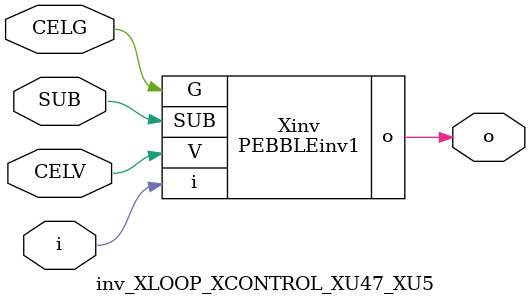
<source format=v>



module PEBBLEinv1 ( o, G, SUB, V, i );

  input V;
  input i;
  input G;
  output o;
  input SUB;
endmodule

//Celera Confidential Do Not Copy inv_XLOOP_XCONTROL_XU47_XU5
//Celera Confidential Symbol Generator
//5V Inverter
module inv_XLOOP_XCONTROL_XU47_XU5 (CELV,CELG,i,o,SUB);
input CELV;
input CELG;
input i;
input SUB;
output o;

//Celera Confidential Do Not Copy inv
PEBBLEinv1 Xinv(
.V (CELV),
.i (i),
.o (o),
.SUB (SUB),
.G (CELG)
);
//,diesize,PEBBLEinv1

//Celera Confidential Do Not Copy Module End
//Celera Schematic Generator
endmodule

</source>
